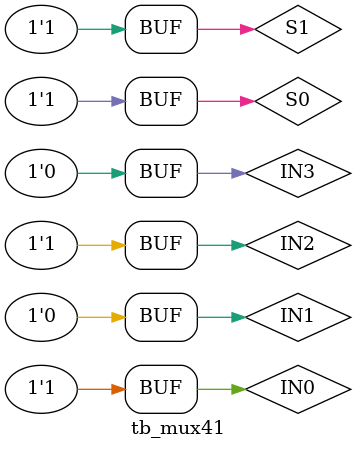
<source format=v>
module tb_mux41;
reg IN0, IN1, IN2, IN3; 
reg S1, S0;

wire OUTPUT;

mux4to1 mymux(OUTPUT, IN0, IN1, IN2, IN3, S1, S0);

initial
begin
 
 IN0 = 1; IN1 = 0; IN2 = 1; IN3 = 0;
  
 S1 = 0; S0 = 0;
 #5
 S1 = 0; S0 = 1;
 #5
 S1 = 1; S0 = 0;
 #5
 S1 = 1; S0 = 1;
 #5 ;
end
endmodule 

</source>
